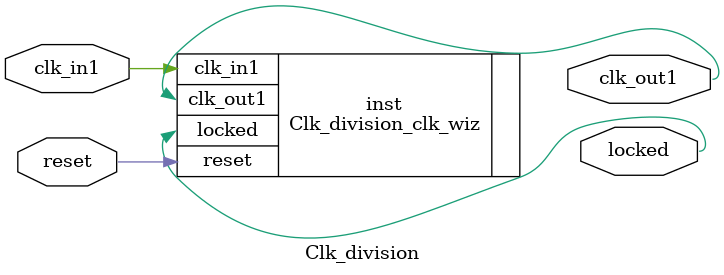
<source format=v>


`timescale 1ps/1ps

(* CORE_GENERATION_INFO = "Clk_division,clk_wiz_v6_0_2_0_0,{component_name=Clk_division,use_phase_alignment=true,use_min_o_jitter=false,use_max_i_jitter=false,use_dyn_phase_shift=false,use_inclk_switchover=false,use_dyn_reconfig=false,enable_axi=0,feedback_source=FDBK_AUTO,PRIMITIVE=MMCM,num_out_clk=1,clkin1_period=10.000,clkin2_period=10.000,use_power_down=false,use_reset=true,use_locked=true,use_inclk_stopped=false,feedback_type=SINGLE,CLOCK_MGR_TYPE=NA,manual_override=false}" *)

module Clk_division 
 (
  // Clock out ports
  output        clk_out1,
  // Status and control signals
  input         reset,
  output        locked,
 // Clock in ports
  input         clk_in1
 );

  Clk_division_clk_wiz inst
  (
  // Clock out ports  
  .clk_out1(clk_out1),
  // Status and control signals               
  .reset(reset), 
  .locked(locked),
 // Clock in ports
  .clk_in1(clk_in1)
  );

endmodule

</source>
